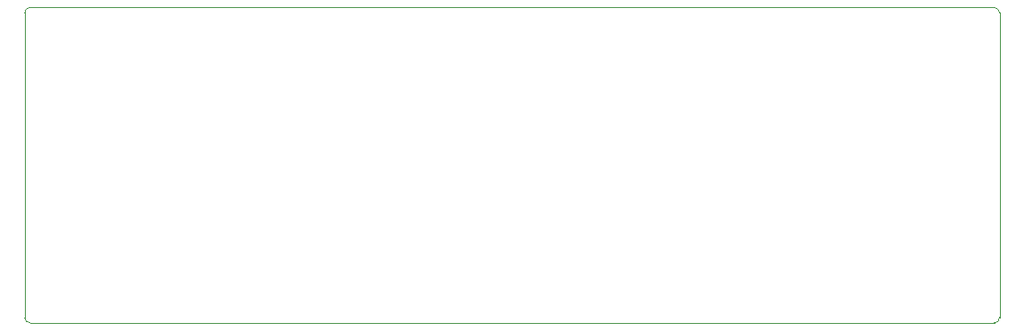
<source format=gm1>
G04 #@! TF.GenerationSoftware,KiCad,Pcbnew,5.1.5-52549c5~84~ubuntu18.04.1*
G04 #@! TF.CreationDate,2020-01-10T15:39:39+05:30*
G04 #@! TF.ProjectId,senseEle_PCB_Antenna_rev2,73656e73-6545-46c6-955f-5043425f416e,rev?*
G04 #@! TF.SameCoordinates,Original*
G04 #@! TF.FileFunction,Profile,NP*
%FSLAX46Y46*%
G04 Gerber Fmt 4.6, Leading zero omitted, Abs format (unit mm)*
G04 Created by KiCad (PCBNEW 5.1.5-52549c5~84~ubuntu18.04.1) date 2020-01-10 15:39:39*
%MOMM*%
%LPD*%
G04 APERTURE LIST*
%ADD10C,0.050000*%
G04 APERTURE END LIST*
D10*
X81500000Y-17500000D02*
G75*
G02X82000000Y-18000000I0J-500000D01*
G01*
X82000000Y-47000000D02*
G75*
G02X81500000Y-47500000I-500000J0D01*
G01*
X-10200000Y-47500000D02*
G75*
G02X-10700000Y-47000000I0J500000D01*
G01*
X-10700000Y-18000000D02*
G75*
G02X-10200000Y-17500000I500000J0D01*
G01*
X81500000Y-17500000D02*
X-10200000Y-17500000D01*
X82000000Y-47000000D02*
X82000000Y-18000000D01*
X-10200000Y-47500000D02*
X81500000Y-47500000D01*
X-10700000Y-18000000D02*
X-10700000Y-47000000D01*
M02*

</source>
